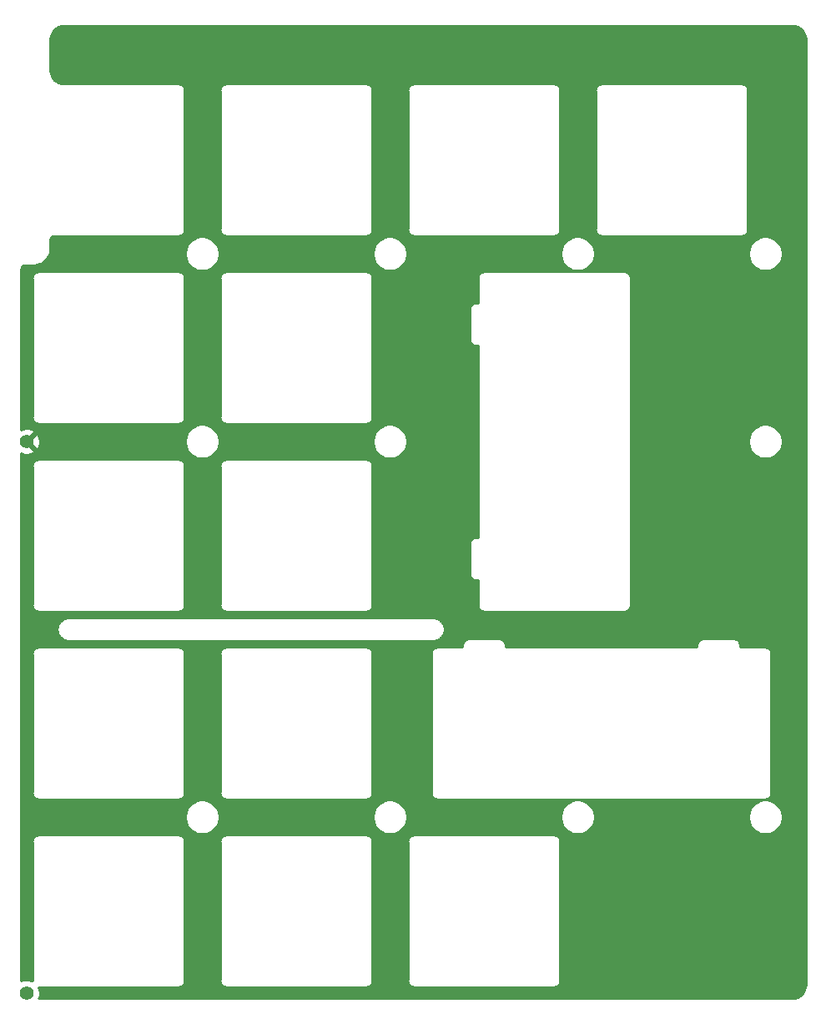
<source format=gtl>
G04 #@! TF.GenerationSoftware,KiCad,Pcbnew,(5.1.9)-1*
G04 #@! TF.CreationDate,2021-04-18T14:03:54+09:00*
G04 #@! TF.ProjectId,_____________,f3e135fa-7f28-4c8c-93d7-d7ecfcc82e6b,rev?*
G04 #@! TF.SameCoordinates,Original*
G04 #@! TF.FileFunction,Copper,L1,Top*
G04 #@! TF.FilePolarity,Positive*
%FSLAX46Y46*%
G04 Gerber Fmt 4.6, Leading zero omitted, Abs format (unit mm)*
G04 Created by KiCad (PCBNEW (5.1.9)-1) date 2021-04-18 14:03:54*
%MOMM*%
%LPD*%
G01*
G04 APERTURE LIST*
G04 #@! TA.AperFunction,ComponentPad*
%ADD10C,1.400000*%
G04 #@! TD*
G04 #@! TA.AperFunction,Conductor*
%ADD11C,0.254000*%
G04 #@! TD*
G04 #@! TA.AperFunction,Conductor*
%ADD12C,0.100000*%
G04 #@! TD*
G04 APERTURE END LIST*
D10*
X1225000Y1225000D03*
X1225000Y57150000D03*
D11*
X79217282Y99286733D02*
X79462355Y99212741D01*
X79688390Y99092557D01*
X79886781Y98930752D01*
X80049960Y98733503D01*
X80171720Y98508313D01*
X80247424Y98263753D01*
X80277501Y97977592D01*
X80277500Y2033505D01*
X80249233Y1745218D01*
X80175241Y1500145D01*
X80055054Y1274107D01*
X79893254Y1075721D01*
X79696003Y912540D01*
X79470810Y790779D01*
X79226253Y715076D01*
X78940102Y685000D01*
X2446173Y685000D01*
X2490934Y781242D01*
X2553183Y1036740D01*
X2564390Y1299473D01*
X2524125Y1559344D01*
X2439857Y1790147D01*
X2475000Y1786686D01*
X2508647Y1790000D01*
X16541353Y1790000D01*
X16575000Y1786686D01*
X16709283Y1799912D01*
X16838406Y1839081D01*
X16957407Y1902688D01*
X17061711Y1988289D01*
X17147312Y2092593D01*
X17210919Y2211594D01*
X17250088Y2340717D01*
X17260000Y2441353D01*
X17260000Y2441354D01*
X17263314Y2475000D01*
X17260000Y2508647D01*
X17260000Y16541353D01*
X17263314Y16575000D01*
X20836686Y16575000D01*
X20840001Y16541343D01*
X20840000Y2508647D01*
X20836686Y2475000D01*
X20849912Y2340717D01*
X20889081Y2211594D01*
X20952688Y2092593D01*
X21038289Y1988289D01*
X21121450Y1920040D01*
X21142593Y1902688D01*
X21261594Y1839081D01*
X21390717Y1799912D01*
X21525000Y1786686D01*
X21558647Y1790000D01*
X35591353Y1790000D01*
X35625000Y1786686D01*
X35759283Y1799912D01*
X35888406Y1839081D01*
X36007407Y1902688D01*
X36111711Y1988289D01*
X36197312Y2092593D01*
X36260919Y2211594D01*
X36300088Y2340717D01*
X36310000Y2441353D01*
X36310000Y2441354D01*
X36313314Y2475000D01*
X36310000Y2508647D01*
X36310000Y16541353D01*
X36313314Y16575000D01*
X39886686Y16575000D01*
X39890001Y16541343D01*
X39890000Y2508647D01*
X39886686Y2475000D01*
X39899912Y2340717D01*
X39939081Y2211594D01*
X40002688Y2092593D01*
X40088289Y1988289D01*
X40171450Y1920040D01*
X40192593Y1902688D01*
X40311594Y1839081D01*
X40440717Y1799912D01*
X40575000Y1786686D01*
X40608647Y1790000D01*
X54641353Y1790000D01*
X54675000Y1786686D01*
X54809283Y1799912D01*
X54938406Y1839081D01*
X55057407Y1902688D01*
X55161711Y1988289D01*
X55247312Y2092593D01*
X55310919Y2211594D01*
X55350088Y2340717D01*
X55360000Y2441353D01*
X55360000Y2441354D01*
X55363314Y2475000D01*
X55360000Y2508647D01*
X55360000Y16541353D01*
X55363314Y16575000D01*
X55350088Y16709283D01*
X55310919Y16838406D01*
X55247312Y16957407D01*
X55161711Y17061711D01*
X55057407Y17147312D01*
X54938406Y17210919D01*
X54809283Y17250088D01*
X54708647Y17260000D01*
X54675000Y17263314D01*
X54641353Y17260000D01*
X40608647Y17260000D01*
X40575000Y17263314D01*
X40541353Y17260000D01*
X40440717Y17250088D01*
X40311594Y17210919D01*
X40192593Y17147312D01*
X40088289Y17061711D01*
X40002688Y16957407D01*
X39939081Y16838406D01*
X39899912Y16709283D01*
X39886686Y16575000D01*
X36313314Y16575000D01*
X36300088Y16709283D01*
X36260919Y16838406D01*
X36197312Y16957407D01*
X36111711Y17061711D01*
X36007407Y17147312D01*
X35888406Y17210919D01*
X35759283Y17250088D01*
X35658647Y17260000D01*
X35625000Y17263314D01*
X35591353Y17260000D01*
X21558647Y17260000D01*
X21525000Y17263314D01*
X21491353Y17260000D01*
X21390717Y17250088D01*
X21261594Y17210919D01*
X21142593Y17147312D01*
X21038289Y17061711D01*
X20952688Y16957407D01*
X20889081Y16838406D01*
X20849912Y16709283D01*
X20836686Y16575000D01*
X17263314Y16575000D01*
X17250088Y16709283D01*
X17210919Y16838406D01*
X17147312Y16957407D01*
X17061711Y17061711D01*
X16957407Y17147312D01*
X16838406Y17210919D01*
X16709283Y17250088D01*
X16608647Y17260000D01*
X16575000Y17263314D01*
X16541353Y17260000D01*
X2508647Y17260000D01*
X2475000Y17263314D01*
X2441353Y17260000D01*
X2340717Y17250088D01*
X2211594Y17210919D01*
X2092593Y17147312D01*
X1988289Y17061711D01*
X1902688Y16957407D01*
X1839081Y16838406D01*
X1799912Y16709283D01*
X1786686Y16575000D01*
X1790001Y16541343D01*
X1790000Y2508647D01*
X1786686Y2475000D01*
X1790703Y2434219D01*
X1668758Y2490934D01*
X1413260Y2553183D01*
X1150527Y2564390D01*
X890656Y2524125D01*
X685000Y2449038D01*
X685000Y19220883D01*
X17315000Y19220883D01*
X17315000Y18879117D01*
X17381675Y18543919D01*
X17512463Y18228169D01*
X17702337Y17944002D01*
X17944002Y17702337D01*
X18228169Y17512463D01*
X18543919Y17381675D01*
X18879117Y17315000D01*
X19220883Y17315000D01*
X19556081Y17381675D01*
X19871831Y17512463D01*
X20155998Y17702337D01*
X20397663Y17944002D01*
X20587537Y18228169D01*
X20718325Y18543919D01*
X20785000Y18879117D01*
X20785000Y19220883D01*
X36365000Y19220883D01*
X36365000Y18879117D01*
X36431675Y18543919D01*
X36562463Y18228169D01*
X36752337Y17944002D01*
X36994002Y17702337D01*
X37278169Y17512463D01*
X37593919Y17381675D01*
X37929117Y17315000D01*
X38270883Y17315000D01*
X38606081Y17381675D01*
X38921831Y17512463D01*
X39205998Y17702337D01*
X39447663Y17944002D01*
X39637537Y18228169D01*
X39768325Y18543919D01*
X39835000Y18879117D01*
X39835000Y19220883D01*
X55415000Y19220883D01*
X55415000Y18879117D01*
X55481675Y18543919D01*
X55612463Y18228169D01*
X55802337Y17944002D01*
X56044002Y17702337D01*
X56328169Y17512463D01*
X56643919Y17381675D01*
X56979117Y17315000D01*
X57320883Y17315000D01*
X57656081Y17381675D01*
X57971831Y17512463D01*
X58255998Y17702337D01*
X58497663Y17944002D01*
X58687537Y18228169D01*
X58818325Y18543919D01*
X58885000Y18879117D01*
X58885000Y19220883D01*
X74465000Y19220883D01*
X74465000Y18879117D01*
X74531675Y18543919D01*
X74662463Y18228169D01*
X74852337Y17944002D01*
X75094002Y17702337D01*
X75378169Y17512463D01*
X75693919Y17381675D01*
X76029117Y17315000D01*
X76370883Y17315000D01*
X76706081Y17381675D01*
X77021831Y17512463D01*
X77305998Y17702337D01*
X77547663Y17944002D01*
X77737537Y18228169D01*
X77868325Y18543919D01*
X77935000Y18879117D01*
X77935000Y19220883D01*
X77868325Y19556081D01*
X77737537Y19871831D01*
X77547663Y20155998D01*
X77305998Y20397663D01*
X77021831Y20587537D01*
X76706081Y20718325D01*
X76370883Y20785000D01*
X76029117Y20785000D01*
X75693919Y20718325D01*
X75378169Y20587537D01*
X75094002Y20397663D01*
X74852337Y20155998D01*
X74662463Y19871831D01*
X74531675Y19556081D01*
X74465000Y19220883D01*
X58885000Y19220883D01*
X58818325Y19556081D01*
X58687537Y19871831D01*
X58497663Y20155998D01*
X58255998Y20397663D01*
X57971831Y20587537D01*
X57656081Y20718325D01*
X57320883Y20785000D01*
X56979117Y20785000D01*
X56643919Y20718325D01*
X56328169Y20587537D01*
X56044002Y20397663D01*
X55802337Y20155998D01*
X55612463Y19871831D01*
X55481675Y19556081D01*
X55415000Y19220883D01*
X39835000Y19220883D01*
X39768325Y19556081D01*
X39637537Y19871831D01*
X39447663Y20155998D01*
X39205998Y20397663D01*
X38921831Y20587537D01*
X38606081Y20718325D01*
X38270883Y20785000D01*
X37929117Y20785000D01*
X37593919Y20718325D01*
X37278169Y20587537D01*
X36994002Y20397663D01*
X36752337Y20155998D01*
X36562463Y19871831D01*
X36431675Y19556081D01*
X36365000Y19220883D01*
X20785000Y19220883D01*
X20718325Y19556081D01*
X20587537Y19871831D01*
X20397663Y20155998D01*
X20155998Y20397663D01*
X19871831Y20587537D01*
X19556081Y20718325D01*
X19220883Y20785000D01*
X18879117Y20785000D01*
X18543919Y20718325D01*
X18228169Y20587537D01*
X17944002Y20397663D01*
X17702337Y20155998D01*
X17512463Y19871831D01*
X17381675Y19556081D01*
X17315000Y19220883D01*
X685000Y19220883D01*
X685000Y35625000D01*
X1786686Y35625000D01*
X1790001Y35591343D01*
X1790000Y21558647D01*
X1786686Y21525000D01*
X1799912Y21390717D01*
X1839081Y21261594D01*
X1902688Y21142593D01*
X1988289Y21038289D01*
X2092593Y20952688D01*
X2211594Y20889081D01*
X2340717Y20849912D01*
X2475000Y20836686D01*
X2508647Y20840000D01*
X16541353Y20840000D01*
X16575000Y20836686D01*
X16709283Y20849912D01*
X16838406Y20889081D01*
X16957407Y20952688D01*
X17061711Y21038289D01*
X17147312Y21142593D01*
X17210919Y21261594D01*
X17250088Y21390717D01*
X17260000Y21491353D01*
X17260000Y21491354D01*
X17263314Y21525000D01*
X17260000Y21558647D01*
X17260000Y35591354D01*
X17263314Y35625000D01*
X20836686Y35625000D01*
X20840001Y35591343D01*
X20840000Y21558647D01*
X20836686Y21525000D01*
X20849912Y21390717D01*
X20889081Y21261594D01*
X20952688Y21142593D01*
X21038289Y21038289D01*
X21142593Y20952688D01*
X21261594Y20889081D01*
X21390717Y20849912D01*
X21525000Y20836686D01*
X21558647Y20840000D01*
X35591353Y20840000D01*
X35625000Y20836686D01*
X35759283Y20849912D01*
X35888406Y20889081D01*
X36007407Y20952688D01*
X36111711Y21038289D01*
X36197312Y21142593D01*
X36260919Y21261594D01*
X36300088Y21390717D01*
X36310000Y21491353D01*
X36310000Y21491354D01*
X36313314Y21525000D01*
X36310000Y21558647D01*
X36310000Y35591354D01*
X36313314Y35625000D01*
X42267936Y35625000D01*
X42271250Y35591354D01*
X42271251Y21558657D01*
X42267936Y21525000D01*
X42281162Y21390717D01*
X42320331Y21261594D01*
X42383938Y21142593D01*
X42469539Y21038289D01*
X42573843Y20952688D01*
X42692844Y20889081D01*
X42821967Y20849912D01*
X42922603Y20840000D01*
X42956250Y20836686D01*
X42989897Y20840000D01*
X76072603Y20840000D01*
X76106250Y20836686D01*
X76240533Y20849912D01*
X76369656Y20889081D01*
X76488657Y20952688D01*
X76592961Y21038289D01*
X76678562Y21142593D01*
X76742169Y21261594D01*
X76781338Y21390717D01*
X76791250Y21491353D01*
X76791250Y21491354D01*
X76794564Y21525000D01*
X76791250Y21558647D01*
X76791250Y35591354D01*
X76794564Y35625000D01*
X76781338Y35759283D01*
X76742169Y35888406D01*
X76678562Y36007407D01*
X76592961Y36111711D01*
X76488657Y36197312D01*
X76369656Y36260919D01*
X76240533Y36300088D01*
X76139897Y36310000D01*
X76106250Y36313314D01*
X76072603Y36310000D01*
X73616250Y36310000D01*
X73616250Y36441353D01*
X73619564Y36475000D01*
X73606338Y36609283D01*
X73567169Y36738406D01*
X73503562Y36857407D01*
X73417961Y36961711D01*
X73313657Y37047312D01*
X73194656Y37110919D01*
X73065533Y37150088D01*
X72964897Y37160000D01*
X72931250Y37163314D01*
X72897603Y37160000D01*
X69964897Y37160000D01*
X69931250Y37163314D01*
X69897603Y37160000D01*
X69796967Y37150088D01*
X69667844Y37110919D01*
X69548843Y37047312D01*
X69444539Y36961711D01*
X69358938Y36857407D01*
X69295331Y36738406D01*
X69256162Y36609283D01*
X69242936Y36475000D01*
X69246250Y36441353D01*
X69246250Y36310000D01*
X49816250Y36310000D01*
X49816250Y36441353D01*
X49819564Y36475000D01*
X49806338Y36609283D01*
X49767169Y36738406D01*
X49703562Y36857407D01*
X49617961Y36961711D01*
X49513657Y37047312D01*
X49394656Y37110919D01*
X49265533Y37150088D01*
X49164897Y37160000D01*
X49131250Y37163314D01*
X49097603Y37160000D01*
X46164897Y37160000D01*
X46131250Y37163314D01*
X46097603Y37160000D01*
X45996967Y37150088D01*
X45867844Y37110919D01*
X45748843Y37047312D01*
X45644539Y36961711D01*
X45558938Y36857407D01*
X45495331Y36738406D01*
X45456162Y36609283D01*
X45442936Y36475000D01*
X45446250Y36441353D01*
X45446250Y36310000D01*
X42989897Y36310000D01*
X42956250Y36313314D01*
X42922603Y36310000D01*
X42821967Y36300088D01*
X42692844Y36260919D01*
X42573843Y36197312D01*
X42469539Y36111711D01*
X42383938Y36007407D01*
X42320331Y35888406D01*
X42281162Y35759283D01*
X42267936Y35625000D01*
X36313314Y35625000D01*
X36300088Y35759283D01*
X36260919Y35888406D01*
X36197312Y36007407D01*
X36111711Y36111711D01*
X36007407Y36197312D01*
X35888406Y36260919D01*
X35759283Y36300088D01*
X35658647Y36310000D01*
X35625000Y36313314D01*
X35591353Y36310000D01*
X21558647Y36310000D01*
X21525000Y36313314D01*
X21491353Y36310000D01*
X21390717Y36300088D01*
X21261594Y36260919D01*
X21142593Y36197312D01*
X21038289Y36111711D01*
X20952688Y36007407D01*
X20889081Y35888406D01*
X20849912Y35759283D01*
X20836686Y35625000D01*
X17263314Y35625000D01*
X17250088Y35759283D01*
X17210919Y35888406D01*
X17147312Y36007407D01*
X17061711Y36111711D01*
X16957407Y36197312D01*
X16838406Y36260919D01*
X16709283Y36300088D01*
X16608647Y36310000D01*
X16575000Y36313314D01*
X16541353Y36310000D01*
X2508647Y36310000D01*
X2475000Y36313314D01*
X2441353Y36310000D01*
X2340717Y36300088D01*
X2211594Y36260919D01*
X2092593Y36197312D01*
X1988289Y36111711D01*
X1902688Y36007407D01*
X1839081Y35888406D01*
X1799912Y35759283D01*
X1786686Y35625000D01*
X685000Y35625000D01*
X685000Y38158591D01*
X4317831Y38158591D01*
X4318265Y38096509D01*
X4317831Y38034427D01*
X4318764Y38024908D01*
X4328964Y37927860D01*
X4341455Y37867010D01*
X4353082Y37806058D01*
X4355845Y37796904D01*
X4355847Y37796898D01*
X4384702Y37703683D01*
X4408754Y37646467D01*
X4432020Y37588881D01*
X4436510Y37580436D01*
X4482923Y37494599D01*
X4517638Y37443133D01*
X4551636Y37391179D01*
X4557680Y37383768D01*
X4619882Y37308579D01*
X4663930Y37264838D01*
X4707369Y37220478D01*
X4714739Y37214382D01*
X4714744Y37214377D01*
X4714750Y37214373D01*
X4790360Y37152706D01*
X4842041Y37118368D01*
X4893306Y37083267D01*
X4901719Y37078718D01*
X4987880Y37032906D01*
X5045296Y37009242D01*
X5102339Y36984792D01*
X5111475Y36981964D01*
X5204893Y36953759D01*
X5265813Y36941697D01*
X5326530Y36928791D01*
X5336042Y36927791D01*
X5433159Y36918269D01*
X5433163Y36918269D01*
X5466353Y36915000D01*
X42489897Y36915000D01*
X42523585Y36918318D01*
X42530072Y36918318D01*
X42539584Y36919318D01*
X42581711Y36924043D01*
X42590533Y36924912D01*
X42591164Y36925103D01*
X42636559Y36930195D01*
X42697255Y36943096D01*
X42758192Y36955162D01*
X42767329Y36957990D01*
X42860344Y36987496D01*
X42917445Y37011970D01*
X42974808Y37035613D01*
X42983221Y37040161D01*
X43068734Y37087172D01*
X43119949Y37122240D01*
X43171677Y37156608D01*
X43179039Y37162700D01*
X43179043Y37162702D01*
X43179046Y37162705D01*
X43253798Y37225430D01*
X43297235Y37269787D01*
X43341287Y37313532D01*
X43347332Y37320943D01*
X43408478Y37396993D01*
X43442486Y37448963D01*
X43477191Y37500416D01*
X43481682Y37508861D01*
X43526892Y37595340D01*
X43550144Y37652892D01*
X43574207Y37710134D01*
X43576971Y37719290D01*
X43604523Y37812902D01*
X43616158Y37873893D01*
X43628641Y37934709D01*
X43629575Y37944227D01*
X43638419Y38041410D01*
X43637985Y38103492D01*
X43638419Y38165573D01*
X43637486Y38175091D01*
X43627286Y38272140D01*
X43614797Y38332983D01*
X43603168Y38393942D01*
X43600404Y38403098D01*
X43571548Y38496317D01*
X43547482Y38553566D01*
X43524229Y38611119D01*
X43519739Y38619564D01*
X43473327Y38705402D01*
X43438600Y38756885D01*
X43404614Y38808821D01*
X43398570Y38816233D01*
X43336368Y38891421D01*
X43292301Y38935182D01*
X43248880Y38979522D01*
X43241511Y38985619D01*
X43165890Y39047294D01*
X43114209Y39081632D01*
X43062944Y39116733D01*
X43054531Y39121282D01*
X42968370Y39167094D01*
X42910954Y39190758D01*
X42853911Y39215208D01*
X42844775Y39218036D01*
X42751357Y39246241D01*
X42690445Y39258302D01*
X42629721Y39271209D01*
X42620209Y39272209D01*
X42523091Y39281731D01*
X42523087Y39281731D01*
X42489897Y39285000D01*
X5466353Y39285000D01*
X5432665Y39281682D01*
X5426178Y39281682D01*
X5416666Y39280682D01*
X5374539Y39275957D01*
X5365717Y39275088D01*
X5365086Y39274897D01*
X5319691Y39269805D01*
X5258988Y39256902D01*
X5198058Y39244838D01*
X5188921Y39242010D01*
X5095906Y39212504D01*
X5038817Y39188035D01*
X4981442Y39164387D01*
X4973028Y39159838D01*
X4887516Y39112828D01*
X4836274Y39077742D01*
X4784573Y39043391D01*
X4777211Y39037300D01*
X4777207Y39037298D01*
X4777204Y39037295D01*
X4702452Y38974570D01*
X4659031Y38930229D01*
X4614963Y38886468D01*
X4608918Y38879057D01*
X4547772Y38803007D01*
X4513774Y38751053D01*
X4479059Y38699584D01*
X4474568Y38691139D01*
X4429358Y38604660D01*
X4406113Y38547125D01*
X4382043Y38489866D01*
X4379279Y38480710D01*
X4351727Y38387098D01*
X4340094Y38326115D01*
X4327609Y38265292D01*
X4326675Y38255773D01*
X4317831Y38158591D01*
X685000Y38158591D01*
X685000Y54675000D01*
X1786686Y54675000D01*
X1790001Y54641343D01*
X1790000Y40608647D01*
X1786686Y40575000D01*
X1799912Y40440717D01*
X1839081Y40311594D01*
X1902688Y40192593D01*
X1988289Y40088289D01*
X2092593Y40002688D01*
X2211594Y39939081D01*
X2340717Y39899912D01*
X2475000Y39886686D01*
X2508647Y39890000D01*
X16541353Y39890000D01*
X16575000Y39886686D01*
X16709283Y39899912D01*
X16838406Y39939081D01*
X16957407Y40002688D01*
X17061711Y40088289D01*
X17147312Y40192593D01*
X17210919Y40311594D01*
X17250088Y40440717D01*
X17260000Y40541353D01*
X17260000Y40541354D01*
X17263314Y40575000D01*
X17260000Y40608647D01*
X17260000Y54641353D01*
X17263314Y54675000D01*
X20836686Y54675000D01*
X20840001Y54641343D01*
X20840000Y40608647D01*
X20836686Y40575000D01*
X20849912Y40440717D01*
X20889081Y40311594D01*
X20952688Y40192593D01*
X21038289Y40088289D01*
X21142593Y40002688D01*
X21261594Y39939081D01*
X21390717Y39899912D01*
X21525000Y39886686D01*
X21558647Y39890000D01*
X35591353Y39890000D01*
X35625000Y39886686D01*
X35759283Y39899912D01*
X35888406Y39939081D01*
X36007407Y40002688D01*
X36111711Y40088289D01*
X36197312Y40192593D01*
X36260919Y40311594D01*
X36300088Y40440717D01*
X36310000Y40541353D01*
X36310000Y40541354D01*
X36313314Y40575000D01*
X36310000Y40608647D01*
X36310000Y54641353D01*
X36313314Y54675000D01*
X36300088Y54809283D01*
X36260919Y54938406D01*
X36197312Y55057407D01*
X36111711Y55161711D01*
X36007407Y55247312D01*
X35888406Y55310919D01*
X35759283Y55350088D01*
X35658647Y55360000D01*
X35625000Y55363314D01*
X35591353Y55360000D01*
X21558647Y55360000D01*
X21525000Y55363314D01*
X21491353Y55360000D01*
X21390717Y55350088D01*
X21261594Y55310919D01*
X21142593Y55247312D01*
X21038289Y55161711D01*
X20952688Y55057407D01*
X20889081Y54938406D01*
X20849912Y54809283D01*
X20836686Y54675000D01*
X17263314Y54675000D01*
X17250088Y54809283D01*
X17210919Y54938406D01*
X17147312Y55057407D01*
X17061711Y55161711D01*
X16957407Y55247312D01*
X16838406Y55310919D01*
X16709283Y55350088D01*
X16608647Y55360000D01*
X16575000Y55363314D01*
X16541353Y55360000D01*
X2508647Y55360000D01*
X2475000Y55363314D01*
X2441353Y55360000D01*
X2340717Y55350088D01*
X2211594Y55310919D01*
X2092593Y55247312D01*
X1988289Y55161711D01*
X1902688Y55057407D01*
X1839081Y54938406D01*
X1799912Y54809283D01*
X1786686Y54675000D01*
X685000Y54675000D01*
X685000Y55928827D01*
X781242Y55884066D01*
X1036740Y55821817D01*
X1299473Y55810610D01*
X1559344Y55850875D01*
X1806366Y55941065D01*
X1907203Y55994963D01*
X1966664Y56228731D01*
X1225000Y56970395D01*
X1210858Y56956253D01*
X1031253Y57135858D01*
X1045395Y57150000D01*
X1404605Y57150000D01*
X2146269Y56408336D01*
X2380037Y56467797D01*
X2490934Y56706242D01*
X2553183Y56961740D01*
X2564390Y57224473D01*
X2549453Y57320883D01*
X17315000Y57320883D01*
X17315000Y56979117D01*
X17381675Y56643919D01*
X17512463Y56328169D01*
X17702337Y56044002D01*
X17944002Y55802337D01*
X18228169Y55612463D01*
X18543919Y55481675D01*
X18879117Y55415000D01*
X19220883Y55415000D01*
X19556081Y55481675D01*
X19871831Y55612463D01*
X20155998Y55802337D01*
X20397663Y56044002D01*
X20587537Y56328169D01*
X20718325Y56643919D01*
X20785000Y56979117D01*
X20785000Y57320883D01*
X36365000Y57320883D01*
X36365000Y56979117D01*
X36431675Y56643919D01*
X36562463Y56328169D01*
X36752337Y56044002D01*
X36994002Y55802337D01*
X37278169Y55612463D01*
X37593919Y55481675D01*
X37929117Y55415000D01*
X38270883Y55415000D01*
X38606081Y55481675D01*
X38921831Y55612463D01*
X39205998Y55802337D01*
X39447663Y56044002D01*
X39637537Y56328169D01*
X39768325Y56643919D01*
X39835000Y56979117D01*
X39835000Y57320883D01*
X39768325Y57656081D01*
X39637537Y57971831D01*
X39447663Y58255998D01*
X39205998Y58497663D01*
X38921831Y58687537D01*
X38606081Y58818325D01*
X38270883Y58885000D01*
X37929117Y58885000D01*
X37593919Y58818325D01*
X37278169Y58687537D01*
X36994002Y58497663D01*
X36752337Y58255998D01*
X36562463Y57971831D01*
X36431675Y57656081D01*
X36365000Y57320883D01*
X20785000Y57320883D01*
X20718325Y57656081D01*
X20587537Y57971831D01*
X20397663Y58255998D01*
X20155998Y58497663D01*
X19871831Y58687537D01*
X19556081Y58818325D01*
X19220883Y58885000D01*
X18879117Y58885000D01*
X18543919Y58818325D01*
X18228169Y58687537D01*
X17944002Y58497663D01*
X17702337Y58255998D01*
X17512463Y57971831D01*
X17381675Y57656081D01*
X17315000Y57320883D01*
X2549453Y57320883D01*
X2524125Y57484344D01*
X2433935Y57731366D01*
X2380037Y57832203D01*
X2146269Y57891664D01*
X1404605Y57150000D01*
X1045395Y57150000D01*
X1031253Y57164143D01*
X1210858Y57343748D01*
X1225000Y57329605D01*
X1966664Y58071269D01*
X1907203Y58305037D01*
X1668758Y58415934D01*
X1413260Y58478183D01*
X1150527Y58489390D01*
X890656Y58449125D01*
X685000Y58374038D01*
X685000Y73725000D01*
X1786686Y73725000D01*
X1790001Y73691343D01*
X1790000Y59658647D01*
X1786686Y59625000D01*
X1799912Y59490717D01*
X1839081Y59361594D01*
X1902688Y59242593D01*
X1988289Y59138289D01*
X2092593Y59052688D01*
X2211594Y58989081D01*
X2340717Y58949912D01*
X2475000Y58936686D01*
X2508647Y58940000D01*
X16541353Y58940000D01*
X16575000Y58936686D01*
X16709283Y58949912D01*
X16838406Y58989081D01*
X16957407Y59052688D01*
X17061711Y59138289D01*
X17147312Y59242593D01*
X17210919Y59361594D01*
X17250088Y59490717D01*
X17260000Y59591353D01*
X17260000Y59591354D01*
X17263314Y59625000D01*
X17260000Y59658647D01*
X17260000Y73691353D01*
X17263314Y73725000D01*
X20836686Y73725000D01*
X20840001Y73691343D01*
X20840000Y59658647D01*
X20836686Y59625000D01*
X20849912Y59490717D01*
X20889081Y59361594D01*
X20952688Y59242593D01*
X21038289Y59138289D01*
X21142593Y59052688D01*
X21261594Y58989081D01*
X21390717Y58949912D01*
X21525000Y58936686D01*
X21558647Y58940000D01*
X35591353Y58940000D01*
X35625000Y58936686D01*
X35759283Y58949912D01*
X35888406Y58989081D01*
X36007407Y59052688D01*
X36111711Y59138289D01*
X36197312Y59242593D01*
X36260919Y59361594D01*
X36300088Y59490717D01*
X36310000Y59591353D01*
X36310000Y59591354D01*
X36313314Y59625000D01*
X36310000Y59658647D01*
X36310000Y70550000D01*
X46180436Y70550000D01*
X46183751Y70516343D01*
X46183750Y67583647D01*
X46180436Y67550000D01*
X46193662Y67415717D01*
X46232831Y67286594D01*
X46296438Y67167593D01*
X46382039Y67063289D01*
X46486343Y66977688D01*
X46605344Y66914081D01*
X46734467Y66874912D01*
X46868750Y66861686D01*
X46902397Y66865000D01*
X47033751Y66865000D01*
X47033750Y47435000D01*
X46902397Y47435000D01*
X46868750Y47438314D01*
X46835103Y47435000D01*
X46734467Y47425088D01*
X46605344Y47385919D01*
X46486343Y47322312D01*
X46382039Y47236711D01*
X46296438Y47132407D01*
X46232831Y47013406D01*
X46193662Y46884283D01*
X46180436Y46750000D01*
X46183751Y46716343D01*
X46183750Y43783647D01*
X46180436Y43750000D01*
X46193662Y43615717D01*
X46232831Y43486594D01*
X46296438Y43367593D01*
X46382039Y43263289D01*
X46486343Y43177688D01*
X46605344Y43114081D01*
X46734467Y43074912D01*
X46868750Y43061686D01*
X46902397Y43065000D01*
X47033751Y43065000D01*
X47033750Y40608647D01*
X47030436Y40575000D01*
X47043662Y40440717D01*
X47082831Y40311594D01*
X47146438Y40192593D01*
X47232039Y40088289D01*
X47336343Y40002688D01*
X47455344Y39939081D01*
X47584467Y39899912D01*
X47718750Y39886686D01*
X47752397Y39890000D01*
X61785103Y39890000D01*
X61818750Y39886686D01*
X61852397Y39890000D01*
X61953033Y39899912D01*
X62082156Y39939081D01*
X62201157Y40002688D01*
X62305461Y40088289D01*
X62391062Y40192593D01*
X62454669Y40311594D01*
X62493838Y40440717D01*
X62507064Y40575000D01*
X62503750Y40608647D01*
X62503750Y57320883D01*
X74465000Y57320883D01*
X74465000Y56979117D01*
X74531675Y56643919D01*
X74662463Y56328169D01*
X74852337Y56044002D01*
X75094002Y55802337D01*
X75378169Y55612463D01*
X75693919Y55481675D01*
X76029117Y55415000D01*
X76370883Y55415000D01*
X76706081Y55481675D01*
X77021831Y55612463D01*
X77305998Y55802337D01*
X77547663Y56044002D01*
X77737537Y56328169D01*
X77868325Y56643919D01*
X77935000Y56979117D01*
X77935000Y57320883D01*
X77868325Y57656081D01*
X77737537Y57971831D01*
X77547663Y58255998D01*
X77305998Y58497663D01*
X77021831Y58687537D01*
X76706081Y58818325D01*
X76370883Y58885000D01*
X76029117Y58885000D01*
X75693919Y58818325D01*
X75378169Y58687537D01*
X75094002Y58497663D01*
X74852337Y58255998D01*
X74662463Y57971831D01*
X74531675Y57656081D01*
X74465000Y57320883D01*
X62503750Y57320883D01*
X62503750Y73691353D01*
X62507064Y73725000D01*
X62493838Y73859283D01*
X62454669Y73988406D01*
X62391062Y74107407D01*
X62305461Y74211711D01*
X62201157Y74297312D01*
X62082156Y74360919D01*
X61953033Y74400088D01*
X61852397Y74410000D01*
X61818750Y74413314D01*
X61785103Y74410000D01*
X47752397Y74410000D01*
X47718750Y74413314D01*
X47685103Y74410000D01*
X47584467Y74400088D01*
X47455344Y74360919D01*
X47336343Y74297312D01*
X47232039Y74211711D01*
X47146438Y74107407D01*
X47082831Y73988406D01*
X47043662Y73859283D01*
X47030436Y73725000D01*
X47033751Y73691343D01*
X47033750Y71235000D01*
X46902397Y71235000D01*
X46868750Y71238314D01*
X46835103Y71235000D01*
X46734467Y71225088D01*
X46605344Y71185919D01*
X46486343Y71122312D01*
X46382039Y71036711D01*
X46296438Y70932407D01*
X46232831Y70813406D01*
X46193662Y70684283D01*
X46180436Y70550000D01*
X36310000Y70550000D01*
X36310000Y73691353D01*
X36313314Y73725000D01*
X36300088Y73859283D01*
X36260919Y73988406D01*
X36197312Y74107407D01*
X36111711Y74211711D01*
X36007407Y74297312D01*
X35888406Y74360919D01*
X35759283Y74400088D01*
X35658647Y74410000D01*
X35625000Y74413314D01*
X35591353Y74410000D01*
X21558647Y74410000D01*
X21525000Y74413314D01*
X21491353Y74410000D01*
X21390717Y74400088D01*
X21261594Y74360919D01*
X21142593Y74297312D01*
X21038289Y74211711D01*
X20952688Y74107407D01*
X20889081Y73988406D01*
X20849912Y73859283D01*
X20836686Y73725000D01*
X17263314Y73725000D01*
X17250088Y73859283D01*
X17210919Y73988406D01*
X17147312Y74107407D01*
X17061711Y74211711D01*
X16957407Y74297312D01*
X16838406Y74360919D01*
X16709283Y74400088D01*
X16608647Y74410000D01*
X16575000Y74413314D01*
X16541353Y74410000D01*
X2508647Y74410000D01*
X2475000Y74413314D01*
X2441353Y74410000D01*
X2340717Y74400088D01*
X2211594Y74360919D01*
X2092593Y74297312D01*
X1988289Y74211711D01*
X1902688Y74107407D01*
X1839081Y73988406D01*
X1799912Y73859283D01*
X1786686Y73725000D01*
X685000Y73725000D01*
X685000Y74691495D01*
X694222Y74785547D01*
X711805Y74843786D01*
X740366Y74897501D01*
X778816Y74944646D01*
X825691Y74983424D01*
X879204Y75012358D01*
X937323Y75030349D01*
X1029145Y75040000D01*
X1983647Y75040000D01*
X2012955Y75042887D01*
X2019066Y75042844D01*
X2028585Y75043777D01*
X2222682Y75064178D01*
X2283496Y75076661D01*
X2344481Y75088295D01*
X2353637Y75091059D01*
X2540075Y75148771D01*
X2597279Y75172818D01*
X2654873Y75196087D01*
X2663317Y75200577D01*
X2834994Y75293402D01*
X2886468Y75328122D01*
X2938418Y75362117D01*
X2945829Y75368161D01*
X3096207Y75492565D01*
X3139973Y75536638D01*
X3184311Y75580057D01*
X3190408Y75587426D01*
X3313758Y75738668D01*
X3348126Y75790397D01*
X3383191Y75841608D01*
X3387739Y75850019D01*
X3387740Y75850020D01*
X3387742Y75850024D01*
X3479366Y76022343D01*
X3503022Y76079739D01*
X3527482Y76136807D01*
X3530310Y76145944D01*
X3586719Y76332780D01*
X3594263Y76370883D01*
X17315000Y76370883D01*
X17315000Y76029117D01*
X17381675Y75693919D01*
X17512463Y75378169D01*
X17702337Y75094002D01*
X17944002Y74852337D01*
X18228169Y74662463D01*
X18543919Y74531675D01*
X18879117Y74465000D01*
X19220883Y74465000D01*
X19556081Y74531675D01*
X19871831Y74662463D01*
X20155998Y74852337D01*
X20397663Y75094002D01*
X20587537Y75378169D01*
X20718325Y75693919D01*
X20785000Y76029117D01*
X20785000Y76370883D01*
X36365000Y76370883D01*
X36365000Y76029117D01*
X36431675Y75693919D01*
X36562463Y75378169D01*
X36752337Y75094002D01*
X36994002Y74852337D01*
X37278169Y74662463D01*
X37593919Y74531675D01*
X37929117Y74465000D01*
X38270883Y74465000D01*
X38606081Y74531675D01*
X38921831Y74662463D01*
X39205998Y74852337D01*
X39447663Y75094002D01*
X39637537Y75378169D01*
X39768325Y75693919D01*
X39835000Y76029117D01*
X39835000Y76370883D01*
X55415000Y76370883D01*
X55415000Y76029117D01*
X55481675Y75693919D01*
X55612463Y75378169D01*
X55802337Y75094002D01*
X56044002Y74852337D01*
X56328169Y74662463D01*
X56643919Y74531675D01*
X56979117Y74465000D01*
X57320883Y74465000D01*
X57656081Y74531675D01*
X57971831Y74662463D01*
X58255998Y74852337D01*
X58497663Y75094002D01*
X58687537Y75378169D01*
X58818325Y75693919D01*
X58885000Y76029117D01*
X58885000Y76370883D01*
X74465000Y76370883D01*
X74465000Y76029117D01*
X74531675Y75693919D01*
X74662463Y75378169D01*
X74852337Y75094002D01*
X75094002Y74852337D01*
X75378169Y74662463D01*
X75693919Y74531675D01*
X76029117Y74465000D01*
X76370883Y74465000D01*
X76706081Y74531675D01*
X77021831Y74662463D01*
X77305998Y74852337D01*
X77547663Y75094002D01*
X77737537Y75378169D01*
X77868325Y75693919D01*
X77935000Y76029117D01*
X77935000Y76370883D01*
X77868325Y76706081D01*
X77737537Y77021831D01*
X77547663Y77305998D01*
X77305998Y77547663D01*
X77021831Y77737537D01*
X76706081Y77868325D01*
X76370883Y77935000D01*
X76029117Y77935000D01*
X75693919Y77868325D01*
X75378169Y77737537D01*
X75094002Y77547663D01*
X74852337Y77305998D01*
X74662463Y77021831D01*
X74531675Y76706081D01*
X74465000Y76370883D01*
X58885000Y76370883D01*
X58818325Y76706081D01*
X58687537Y77021831D01*
X58497663Y77305998D01*
X58255998Y77547663D01*
X57971831Y77737537D01*
X57656081Y77868325D01*
X57320883Y77935000D01*
X56979117Y77935000D01*
X56643919Y77868325D01*
X56328169Y77737537D01*
X56044002Y77547663D01*
X55802337Y77305998D01*
X55612463Y77021831D01*
X55481675Y76706081D01*
X55415000Y76370883D01*
X39835000Y76370883D01*
X39768325Y76706081D01*
X39637537Y77021831D01*
X39447663Y77305998D01*
X39205998Y77547663D01*
X38921831Y77737537D01*
X38606081Y77868325D01*
X38270883Y77935000D01*
X37929117Y77935000D01*
X37593919Y77868325D01*
X37278169Y77737537D01*
X36994002Y77547663D01*
X36752337Y77305998D01*
X36562463Y77021831D01*
X36431675Y76706081D01*
X36365000Y76370883D01*
X20785000Y76370883D01*
X20718325Y76706081D01*
X20587537Y77021831D01*
X20397663Y77305998D01*
X20155998Y77547663D01*
X19871831Y77737537D01*
X19556081Y77868325D01*
X19220883Y77935000D01*
X18879117Y77935000D01*
X18543919Y77868325D01*
X18228169Y77737537D01*
X17944002Y77547663D01*
X17702337Y77305998D01*
X17512463Y77021831D01*
X17381675Y76706081D01*
X17315000Y76370883D01*
X3594263Y76370883D01*
X3598780Y76393690D01*
X3611686Y76454409D01*
X3612686Y76463921D01*
X3631731Y76658155D01*
X3631731Y76658163D01*
X3635000Y76691353D01*
X3635000Y77641495D01*
X3644222Y77735547D01*
X3661805Y77793786D01*
X3690366Y77847501D01*
X3728816Y77894646D01*
X3775691Y77933424D01*
X3829204Y77962358D01*
X3887323Y77980349D01*
X3979145Y77990000D01*
X16541353Y77990000D01*
X16575000Y77986686D01*
X16709283Y77999912D01*
X16838406Y78039081D01*
X16957407Y78102688D01*
X17061711Y78188289D01*
X17147312Y78292593D01*
X17210919Y78411594D01*
X17250088Y78540717D01*
X17260000Y78641353D01*
X17260000Y78641354D01*
X17263314Y78675000D01*
X17260000Y78708647D01*
X17260000Y92741353D01*
X17263314Y92775000D01*
X20836686Y92775000D01*
X20840001Y92741343D01*
X20840000Y78708647D01*
X20836686Y78675000D01*
X20849912Y78540717D01*
X20889081Y78411594D01*
X20952688Y78292593D01*
X21038289Y78188289D01*
X21070873Y78161548D01*
X21142593Y78102688D01*
X21261594Y78039081D01*
X21390717Y77999912D01*
X21525000Y77986686D01*
X21558647Y77990000D01*
X35591353Y77990000D01*
X35625000Y77986686D01*
X35759283Y77999912D01*
X35888406Y78039081D01*
X36007407Y78102688D01*
X36111711Y78188289D01*
X36197312Y78292593D01*
X36260919Y78411594D01*
X36300088Y78540717D01*
X36310000Y78641353D01*
X36310000Y78641354D01*
X36313314Y78675000D01*
X36310000Y78708647D01*
X36310000Y92741353D01*
X36313314Y92775000D01*
X39886686Y92775000D01*
X39890001Y92741343D01*
X39890000Y78708647D01*
X39886686Y78675000D01*
X39899912Y78540717D01*
X39939081Y78411594D01*
X40002688Y78292593D01*
X40088289Y78188289D01*
X40120873Y78161548D01*
X40192593Y78102688D01*
X40311594Y78039081D01*
X40440717Y77999912D01*
X40575000Y77986686D01*
X40608647Y77990000D01*
X54641353Y77990000D01*
X54675000Y77986686D01*
X54809283Y77999912D01*
X54938406Y78039081D01*
X55057407Y78102688D01*
X55161711Y78188289D01*
X55247312Y78292593D01*
X55310919Y78411594D01*
X55350088Y78540717D01*
X55360000Y78641353D01*
X55360000Y78641354D01*
X55363314Y78675000D01*
X55360000Y78708647D01*
X55360000Y92741353D01*
X55363314Y92775000D01*
X58936686Y92775000D01*
X58940001Y92741343D01*
X58940000Y78708647D01*
X58936686Y78675000D01*
X58949912Y78540717D01*
X58989081Y78411594D01*
X59052688Y78292593D01*
X59138289Y78188289D01*
X59170873Y78161548D01*
X59242593Y78102688D01*
X59361594Y78039081D01*
X59490717Y77999912D01*
X59625000Y77986686D01*
X59658647Y77990000D01*
X73691353Y77990000D01*
X73725000Y77986686D01*
X73859283Y77999912D01*
X73988406Y78039081D01*
X74107407Y78102688D01*
X74211711Y78188289D01*
X74297312Y78292593D01*
X74360919Y78411594D01*
X74400088Y78540717D01*
X74410000Y78641353D01*
X74410000Y78641354D01*
X74413314Y78675000D01*
X74410000Y78708647D01*
X74410000Y92741353D01*
X74413314Y92775000D01*
X74400088Y92909283D01*
X74360919Y93038406D01*
X74297312Y93157407D01*
X74211711Y93261711D01*
X74107407Y93347312D01*
X73988406Y93410919D01*
X73859283Y93450088D01*
X73758647Y93460000D01*
X73725000Y93463314D01*
X73691353Y93460000D01*
X59658647Y93460000D01*
X59625000Y93463314D01*
X59591353Y93460000D01*
X59490717Y93450088D01*
X59361594Y93410919D01*
X59242593Y93347312D01*
X59138289Y93261711D01*
X59052688Y93157407D01*
X58989081Y93038406D01*
X58949912Y92909283D01*
X58936686Y92775000D01*
X55363314Y92775000D01*
X55350088Y92909283D01*
X55310919Y93038406D01*
X55247312Y93157407D01*
X55161711Y93261711D01*
X55057407Y93347312D01*
X54938406Y93410919D01*
X54809283Y93450088D01*
X54708647Y93460000D01*
X54675000Y93463314D01*
X54641353Y93460000D01*
X40608647Y93460000D01*
X40575000Y93463314D01*
X40541353Y93460000D01*
X40440717Y93450088D01*
X40311594Y93410919D01*
X40192593Y93347312D01*
X40088289Y93261711D01*
X40002688Y93157407D01*
X39939081Y93038406D01*
X39899912Y92909283D01*
X39886686Y92775000D01*
X36313314Y92775000D01*
X36300088Y92909283D01*
X36260919Y93038406D01*
X36197312Y93157407D01*
X36111711Y93261711D01*
X36007407Y93347312D01*
X35888406Y93410919D01*
X35759283Y93450088D01*
X35658647Y93460000D01*
X35625000Y93463314D01*
X35591353Y93460000D01*
X21558647Y93460000D01*
X21525000Y93463314D01*
X21491353Y93460000D01*
X21390717Y93450088D01*
X21261594Y93410919D01*
X21142593Y93347312D01*
X21038289Y93261711D01*
X20952688Y93157407D01*
X20889081Y93038406D01*
X20849912Y92909283D01*
X20836686Y92775000D01*
X17263314Y92775000D01*
X17250088Y92909283D01*
X17210919Y93038406D01*
X17147312Y93157407D01*
X17061711Y93261711D01*
X16957407Y93347312D01*
X16838406Y93410919D01*
X16709283Y93450088D01*
X16608647Y93460000D01*
X16575000Y93463314D01*
X16541353Y93460000D01*
X4983505Y93460000D01*
X4695218Y93488267D01*
X4450145Y93562259D01*
X4224107Y93682446D01*
X4025721Y93844246D01*
X3862540Y94041497D01*
X3740779Y94266690D01*
X3665076Y94511247D01*
X3635000Y94797398D01*
X3635000Y97966495D01*
X3663267Y98254782D01*
X3737259Y98499855D01*
X3857443Y98725890D01*
X4019248Y98924281D01*
X4216497Y99087460D01*
X4441687Y99209220D01*
X4686247Y99284924D01*
X4972398Y99315000D01*
X78928995Y99315000D01*
X79217282Y99286733D01*
G04 #@! TA.AperFunction,Conductor*
D12*
G36*
X79217282Y99286733D02*
G01*
X79462355Y99212741D01*
X79688390Y99092557D01*
X79886781Y98930752D01*
X80049960Y98733503D01*
X80171720Y98508313D01*
X80247424Y98263753D01*
X80277501Y97977592D01*
X80277500Y2033505D01*
X80249233Y1745218D01*
X80175241Y1500145D01*
X80055054Y1274107D01*
X79893254Y1075721D01*
X79696003Y912540D01*
X79470810Y790779D01*
X79226253Y715076D01*
X78940102Y685000D01*
X2446173Y685000D01*
X2490934Y781242D01*
X2553183Y1036740D01*
X2564390Y1299473D01*
X2524125Y1559344D01*
X2439857Y1790147D01*
X2475000Y1786686D01*
X2508647Y1790000D01*
X16541353Y1790000D01*
X16575000Y1786686D01*
X16709283Y1799912D01*
X16838406Y1839081D01*
X16957407Y1902688D01*
X17061711Y1988289D01*
X17147312Y2092593D01*
X17210919Y2211594D01*
X17250088Y2340717D01*
X17260000Y2441353D01*
X17260000Y2441354D01*
X17263314Y2475000D01*
X17260000Y2508647D01*
X17260000Y16541353D01*
X17263314Y16575000D01*
X20836686Y16575000D01*
X20840001Y16541343D01*
X20840000Y2508647D01*
X20836686Y2475000D01*
X20849912Y2340717D01*
X20889081Y2211594D01*
X20952688Y2092593D01*
X21038289Y1988289D01*
X21121450Y1920040D01*
X21142593Y1902688D01*
X21261594Y1839081D01*
X21390717Y1799912D01*
X21525000Y1786686D01*
X21558647Y1790000D01*
X35591353Y1790000D01*
X35625000Y1786686D01*
X35759283Y1799912D01*
X35888406Y1839081D01*
X36007407Y1902688D01*
X36111711Y1988289D01*
X36197312Y2092593D01*
X36260919Y2211594D01*
X36300088Y2340717D01*
X36310000Y2441353D01*
X36310000Y2441354D01*
X36313314Y2475000D01*
X36310000Y2508647D01*
X36310000Y16541353D01*
X36313314Y16575000D01*
X39886686Y16575000D01*
X39890001Y16541343D01*
X39890000Y2508647D01*
X39886686Y2475000D01*
X39899912Y2340717D01*
X39939081Y2211594D01*
X40002688Y2092593D01*
X40088289Y1988289D01*
X40171450Y1920040D01*
X40192593Y1902688D01*
X40311594Y1839081D01*
X40440717Y1799912D01*
X40575000Y1786686D01*
X40608647Y1790000D01*
X54641353Y1790000D01*
X54675000Y1786686D01*
X54809283Y1799912D01*
X54938406Y1839081D01*
X55057407Y1902688D01*
X55161711Y1988289D01*
X55247312Y2092593D01*
X55310919Y2211594D01*
X55350088Y2340717D01*
X55360000Y2441353D01*
X55360000Y2441354D01*
X55363314Y2475000D01*
X55360000Y2508647D01*
X55360000Y16541353D01*
X55363314Y16575000D01*
X55350088Y16709283D01*
X55310919Y16838406D01*
X55247312Y16957407D01*
X55161711Y17061711D01*
X55057407Y17147312D01*
X54938406Y17210919D01*
X54809283Y17250088D01*
X54708647Y17260000D01*
X54675000Y17263314D01*
X54641353Y17260000D01*
X40608647Y17260000D01*
X40575000Y17263314D01*
X40541353Y17260000D01*
X40440717Y17250088D01*
X40311594Y17210919D01*
X40192593Y17147312D01*
X40088289Y17061711D01*
X40002688Y16957407D01*
X39939081Y16838406D01*
X39899912Y16709283D01*
X39886686Y16575000D01*
X36313314Y16575000D01*
X36300088Y16709283D01*
X36260919Y16838406D01*
X36197312Y16957407D01*
X36111711Y17061711D01*
X36007407Y17147312D01*
X35888406Y17210919D01*
X35759283Y17250088D01*
X35658647Y17260000D01*
X35625000Y17263314D01*
X35591353Y17260000D01*
X21558647Y17260000D01*
X21525000Y17263314D01*
X21491353Y17260000D01*
X21390717Y17250088D01*
X21261594Y17210919D01*
X21142593Y17147312D01*
X21038289Y17061711D01*
X20952688Y16957407D01*
X20889081Y16838406D01*
X20849912Y16709283D01*
X20836686Y16575000D01*
X17263314Y16575000D01*
X17250088Y16709283D01*
X17210919Y16838406D01*
X17147312Y16957407D01*
X17061711Y17061711D01*
X16957407Y17147312D01*
X16838406Y17210919D01*
X16709283Y17250088D01*
X16608647Y17260000D01*
X16575000Y17263314D01*
X16541353Y17260000D01*
X2508647Y17260000D01*
X2475000Y17263314D01*
X2441353Y17260000D01*
X2340717Y17250088D01*
X2211594Y17210919D01*
X2092593Y17147312D01*
X1988289Y17061711D01*
X1902688Y16957407D01*
X1839081Y16838406D01*
X1799912Y16709283D01*
X1786686Y16575000D01*
X1790001Y16541343D01*
X1790000Y2508647D01*
X1786686Y2475000D01*
X1790703Y2434219D01*
X1668758Y2490934D01*
X1413260Y2553183D01*
X1150527Y2564390D01*
X890656Y2524125D01*
X685000Y2449038D01*
X685000Y19220883D01*
X17315000Y19220883D01*
X17315000Y18879117D01*
X17381675Y18543919D01*
X17512463Y18228169D01*
X17702337Y17944002D01*
X17944002Y17702337D01*
X18228169Y17512463D01*
X18543919Y17381675D01*
X18879117Y17315000D01*
X19220883Y17315000D01*
X19556081Y17381675D01*
X19871831Y17512463D01*
X20155998Y17702337D01*
X20397663Y17944002D01*
X20587537Y18228169D01*
X20718325Y18543919D01*
X20785000Y18879117D01*
X20785000Y19220883D01*
X36365000Y19220883D01*
X36365000Y18879117D01*
X36431675Y18543919D01*
X36562463Y18228169D01*
X36752337Y17944002D01*
X36994002Y17702337D01*
X37278169Y17512463D01*
X37593919Y17381675D01*
X37929117Y17315000D01*
X38270883Y17315000D01*
X38606081Y17381675D01*
X38921831Y17512463D01*
X39205998Y17702337D01*
X39447663Y17944002D01*
X39637537Y18228169D01*
X39768325Y18543919D01*
X39835000Y18879117D01*
X39835000Y19220883D01*
X55415000Y19220883D01*
X55415000Y18879117D01*
X55481675Y18543919D01*
X55612463Y18228169D01*
X55802337Y17944002D01*
X56044002Y17702337D01*
X56328169Y17512463D01*
X56643919Y17381675D01*
X56979117Y17315000D01*
X57320883Y17315000D01*
X57656081Y17381675D01*
X57971831Y17512463D01*
X58255998Y17702337D01*
X58497663Y17944002D01*
X58687537Y18228169D01*
X58818325Y18543919D01*
X58885000Y18879117D01*
X58885000Y19220883D01*
X74465000Y19220883D01*
X74465000Y18879117D01*
X74531675Y18543919D01*
X74662463Y18228169D01*
X74852337Y17944002D01*
X75094002Y17702337D01*
X75378169Y17512463D01*
X75693919Y17381675D01*
X76029117Y17315000D01*
X76370883Y17315000D01*
X76706081Y17381675D01*
X77021831Y17512463D01*
X77305998Y17702337D01*
X77547663Y17944002D01*
X77737537Y18228169D01*
X77868325Y18543919D01*
X77935000Y18879117D01*
X77935000Y19220883D01*
X77868325Y19556081D01*
X77737537Y19871831D01*
X77547663Y20155998D01*
X77305998Y20397663D01*
X77021831Y20587537D01*
X76706081Y20718325D01*
X76370883Y20785000D01*
X76029117Y20785000D01*
X75693919Y20718325D01*
X75378169Y20587537D01*
X75094002Y20397663D01*
X74852337Y20155998D01*
X74662463Y19871831D01*
X74531675Y19556081D01*
X74465000Y19220883D01*
X58885000Y19220883D01*
X58818325Y19556081D01*
X58687537Y19871831D01*
X58497663Y20155998D01*
X58255998Y20397663D01*
X57971831Y20587537D01*
X57656081Y20718325D01*
X57320883Y20785000D01*
X56979117Y20785000D01*
X56643919Y20718325D01*
X56328169Y20587537D01*
X56044002Y20397663D01*
X55802337Y20155998D01*
X55612463Y19871831D01*
X55481675Y19556081D01*
X55415000Y19220883D01*
X39835000Y19220883D01*
X39768325Y19556081D01*
X39637537Y19871831D01*
X39447663Y20155998D01*
X39205998Y20397663D01*
X38921831Y20587537D01*
X38606081Y20718325D01*
X38270883Y20785000D01*
X37929117Y20785000D01*
X37593919Y20718325D01*
X37278169Y20587537D01*
X36994002Y20397663D01*
X36752337Y20155998D01*
X36562463Y19871831D01*
X36431675Y19556081D01*
X36365000Y19220883D01*
X20785000Y19220883D01*
X20718325Y19556081D01*
X20587537Y19871831D01*
X20397663Y20155998D01*
X20155998Y20397663D01*
X19871831Y20587537D01*
X19556081Y20718325D01*
X19220883Y20785000D01*
X18879117Y20785000D01*
X18543919Y20718325D01*
X18228169Y20587537D01*
X17944002Y20397663D01*
X17702337Y20155998D01*
X17512463Y19871831D01*
X17381675Y19556081D01*
X17315000Y19220883D01*
X685000Y19220883D01*
X685000Y35625000D01*
X1786686Y35625000D01*
X1790001Y35591343D01*
X1790000Y21558647D01*
X1786686Y21525000D01*
X1799912Y21390717D01*
X1839081Y21261594D01*
X1902688Y21142593D01*
X1988289Y21038289D01*
X2092593Y20952688D01*
X2211594Y20889081D01*
X2340717Y20849912D01*
X2475000Y20836686D01*
X2508647Y20840000D01*
X16541353Y20840000D01*
X16575000Y20836686D01*
X16709283Y20849912D01*
X16838406Y20889081D01*
X16957407Y20952688D01*
X17061711Y21038289D01*
X17147312Y21142593D01*
X17210919Y21261594D01*
X17250088Y21390717D01*
X17260000Y21491353D01*
X17260000Y21491354D01*
X17263314Y21525000D01*
X17260000Y21558647D01*
X17260000Y35591354D01*
X17263314Y35625000D01*
X20836686Y35625000D01*
X20840001Y35591343D01*
X20840000Y21558647D01*
X20836686Y21525000D01*
X20849912Y21390717D01*
X20889081Y21261594D01*
X20952688Y21142593D01*
X21038289Y21038289D01*
X21142593Y20952688D01*
X21261594Y20889081D01*
X21390717Y20849912D01*
X21525000Y20836686D01*
X21558647Y20840000D01*
X35591353Y20840000D01*
X35625000Y20836686D01*
X35759283Y20849912D01*
X35888406Y20889081D01*
X36007407Y20952688D01*
X36111711Y21038289D01*
X36197312Y21142593D01*
X36260919Y21261594D01*
X36300088Y21390717D01*
X36310000Y21491353D01*
X36310000Y21491354D01*
X36313314Y21525000D01*
X36310000Y21558647D01*
X36310000Y35591354D01*
X36313314Y35625000D01*
X42267936Y35625000D01*
X42271250Y35591354D01*
X42271251Y21558657D01*
X42267936Y21525000D01*
X42281162Y21390717D01*
X42320331Y21261594D01*
X42383938Y21142593D01*
X42469539Y21038289D01*
X42573843Y20952688D01*
X42692844Y20889081D01*
X42821967Y20849912D01*
X42922603Y20840000D01*
X42956250Y20836686D01*
X42989897Y20840000D01*
X76072603Y20840000D01*
X76106250Y20836686D01*
X76240533Y20849912D01*
X76369656Y20889081D01*
X76488657Y20952688D01*
X76592961Y21038289D01*
X76678562Y21142593D01*
X76742169Y21261594D01*
X76781338Y21390717D01*
X76791250Y21491353D01*
X76791250Y21491354D01*
X76794564Y21525000D01*
X76791250Y21558647D01*
X76791250Y35591354D01*
X76794564Y35625000D01*
X76781338Y35759283D01*
X76742169Y35888406D01*
X76678562Y36007407D01*
X76592961Y36111711D01*
X76488657Y36197312D01*
X76369656Y36260919D01*
X76240533Y36300088D01*
X76139897Y36310000D01*
X76106250Y36313314D01*
X76072603Y36310000D01*
X73616250Y36310000D01*
X73616250Y36441353D01*
X73619564Y36475000D01*
X73606338Y36609283D01*
X73567169Y36738406D01*
X73503562Y36857407D01*
X73417961Y36961711D01*
X73313657Y37047312D01*
X73194656Y37110919D01*
X73065533Y37150088D01*
X72964897Y37160000D01*
X72931250Y37163314D01*
X72897603Y37160000D01*
X69964897Y37160000D01*
X69931250Y37163314D01*
X69897603Y37160000D01*
X69796967Y37150088D01*
X69667844Y37110919D01*
X69548843Y37047312D01*
X69444539Y36961711D01*
X69358938Y36857407D01*
X69295331Y36738406D01*
X69256162Y36609283D01*
X69242936Y36475000D01*
X69246250Y36441353D01*
X69246250Y36310000D01*
X49816250Y36310000D01*
X49816250Y36441353D01*
X49819564Y36475000D01*
X49806338Y36609283D01*
X49767169Y36738406D01*
X49703562Y36857407D01*
X49617961Y36961711D01*
X49513657Y37047312D01*
X49394656Y37110919D01*
X49265533Y37150088D01*
X49164897Y37160000D01*
X49131250Y37163314D01*
X49097603Y37160000D01*
X46164897Y37160000D01*
X46131250Y37163314D01*
X46097603Y37160000D01*
X45996967Y37150088D01*
X45867844Y37110919D01*
X45748843Y37047312D01*
X45644539Y36961711D01*
X45558938Y36857407D01*
X45495331Y36738406D01*
X45456162Y36609283D01*
X45442936Y36475000D01*
X45446250Y36441353D01*
X45446250Y36310000D01*
X42989897Y36310000D01*
X42956250Y36313314D01*
X42922603Y36310000D01*
X42821967Y36300088D01*
X42692844Y36260919D01*
X42573843Y36197312D01*
X42469539Y36111711D01*
X42383938Y36007407D01*
X42320331Y35888406D01*
X42281162Y35759283D01*
X42267936Y35625000D01*
X36313314Y35625000D01*
X36300088Y35759283D01*
X36260919Y35888406D01*
X36197312Y36007407D01*
X36111711Y36111711D01*
X36007407Y36197312D01*
X35888406Y36260919D01*
X35759283Y36300088D01*
X35658647Y36310000D01*
X35625000Y36313314D01*
X35591353Y36310000D01*
X21558647Y36310000D01*
X21525000Y36313314D01*
X21491353Y36310000D01*
X21390717Y36300088D01*
X21261594Y36260919D01*
X21142593Y36197312D01*
X21038289Y36111711D01*
X20952688Y36007407D01*
X20889081Y35888406D01*
X20849912Y35759283D01*
X20836686Y35625000D01*
X17263314Y35625000D01*
X17250088Y35759283D01*
X17210919Y35888406D01*
X17147312Y36007407D01*
X17061711Y36111711D01*
X16957407Y36197312D01*
X16838406Y36260919D01*
X16709283Y36300088D01*
X16608647Y36310000D01*
X16575000Y36313314D01*
X16541353Y36310000D01*
X2508647Y36310000D01*
X2475000Y36313314D01*
X2441353Y36310000D01*
X2340717Y36300088D01*
X2211594Y36260919D01*
X2092593Y36197312D01*
X1988289Y36111711D01*
X1902688Y36007407D01*
X1839081Y35888406D01*
X1799912Y35759283D01*
X1786686Y35625000D01*
X685000Y35625000D01*
X685000Y38158591D01*
X4317831Y38158591D01*
X4318265Y38096509D01*
X4317831Y38034427D01*
X4318764Y38024908D01*
X4328964Y37927860D01*
X4341455Y37867010D01*
X4353082Y37806058D01*
X4355845Y37796904D01*
X4355847Y37796898D01*
X4384702Y37703683D01*
X4408754Y37646467D01*
X4432020Y37588881D01*
X4436510Y37580436D01*
X4482923Y37494599D01*
X4517638Y37443133D01*
X4551636Y37391179D01*
X4557680Y37383768D01*
X4619882Y37308579D01*
X4663930Y37264838D01*
X4707369Y37220478D01*
X4714739Y37214382D01*
X4714744Y37214377D01*
X4714750Y37214373D01*
X4790360Y37152706D01*
X4842041Y37118368D01*
X4893306Y37083267D01*
X4901719Y37078718D01*
X4987880Y37032906D01*
X5045296Y37009242D01*
X5102339Y36984792D01*
X5111475Y36981964D01*
X5204893Y36953759D01*
X5265813Y36941697D01*
X5326530Y36928791D01*
X5336042Y36927791D01*
X5433159Y36918269D01*
X5433163Y36918269D01*
X5466353Y36915000D01*
X42489897Y36915000D01*
X42523585Y36918318D01*
X42530072Y36918318D01*
X42539584Y36919318D01*
X42581711Y36924043D01*
X42590533Y36924912D01*
X42591164Y36925103D01*
X42636559Y36930195D01*
X42697255Y36943096D01*
X42758192Y36955162D01*
X42767329Y36957990D01*
X42860344Y36987496D01*
X42917445Y37011970D01*
X42974808Y37035613D01*
X42983221Y37040161D01*
X43068734Y37087172D01*
X43119949Y37122240D01*
X43171677Y37156608D01*
X43179039Y37162700D01*
X43179043Y37162702D01*
X43179046Y37162705D01*
X43253798Y37225430D01*
X43297235Y37269787D01*
X43341287Y37313532D01*
X43347332Y37320943D01*
X43408478Y37396993D01*
X43442486Y37448963D01*
X43477191Y37500416D01*
X43481682Y37508861D01*
X43526892Y37595340D01*
X43550144Y37652892D01*
X43574207Y37710134D01*
X43576971Y37719290D01*
X43604523Y37812902D01*
X43616158Y37873893D01*
X43628641Y37934709D01*
X43629575Y37944227D01*
X43638419Y38041410D01*
X43637985Y38103492D01*
X43638419Y38165573D01*
X43637486Y38175091D01*
X43627286Y38272140D01*
X43614797Y38332983D01*
X43603168Y38393942D01*
X43600404Y38403098D01*
X43571548Y38496317D01*
X43547482Y38553566D01*
X43524229Y38611119D01*
X43519739Y38619564D01*
X43473327Y38705402D01*
X43438600Y38756885D01*
X43404614Y38808821D01*
X43398570Y38816233D01*
X43336368Y38891421D01*
X43292301Y38935182D01*
X43248880Y38979522D01*
X43241511Y38985619D01*
X43165890Y39047294D01*
X43114209Y39081632D01*
X43062944Y39116733D01*
X43054531Y39121282D01*
X42968370Y39167094D01*
X42910954Y39190758D01*
X42853911Y39215208D01*
X42844775Y39218036D01*
X42751357Y39246241D01*
X42690445Y39258302D01*
X42629721Y39271209D01*
X42620209Y39272209D01*
X42523091Y39281731D01*
X42523087Y39281731D01*
X42489897Y39285000D01*
X5466353Y39285000D01*
X5432665Y39281682D01*
X5426178Y39281682D01*
X5416666Y39280682D01*
X5374539Y39275957D01*
X5365717Y39275088D01*
X5365086Y39274897D01*
X5319691Y39269805D01*
X5258988Y39256902D01*
X5198058Y39244838D01*
X5188921Y39242010D01*
X5095906Y39212504D01*
X5038817Y39188035D01*
X4981442Y39164387D01*
X4973028Y39159838D01*
X4887516Y39112828D01*
X4836274Y39077742D01*
X4784573Y39043391D01*
X4777211Y39037300D01*
X4777207Y39037298D01*
X4777204Y39037295D01*
X4702452Y38974570D01*
X4659031Y38930229D01*
X4614963Y38886468D01*
X4608918Y38879057D01*
X4547772Y38803007D01*
X4513774Y38751053D01*
X4479059Y38699584D01*
X4474568Y38691139D01*
X4429358Y38604660D01*
X4406113Y38547125D01*
X4382043Y38489866D01*
X4379279Y38480710D01*
X4351727Y38387098D01*
X4340094Y38326115D01*
X4327609Y38265292D01*
X4326675Y38255773D01*
X4317831Y38158591D01*
X685000Y38158591D01*
X685000Y54675000D01*
X1786686Y54675000D01*
X1790001Y54641343D01*
X1790000Y40608647D01*
X1786686Y40575000D01*
X1799912Y40440717D01*
X1839081Y40311594D01*
X1902688Y40192593D01*
X1988289Y40088289D01*
X2092593Y40002688D01*
X2211594Y39939081D01*
X2340717Y39899912D01*
X2475000Y39886686D01*
X2508647Y39890000D01*
X16541353Y39890000D01*
X16575000Y39886686D01*
X16709283Y39899912D01*
X16838406Y39939081D01*
X16957407Y40002688D01*
X17061711Y40088289D01*
X17147312Y40192593D01*
X17210919Y40311594D01*
X17250088Y40440717D01*
X17260000Y40541353D01*
X17260000Y40541354D01*
X17263314Y40575000D01*
X17260000Y40608647D01*
X17260000Y54641353D01*
X17263314Y54675000D01*
X20836686Y54675000D01*
X20840001Y54641343D01*
X20840000Y40608647D01*
X20836686Y40575000D01*
X20849912Y40440717D01*
X20889081Y40311594D01*
X20952688Y40192593D01*
X21038289Y40088289D01*
X21142593Y40002688D01*
X21261594Y39939081D01*
X21390717Y39899912D01*
X21525000Y39886686D01*
X21558647Y39890000D01*
X35591353Y39890000D01*
X35625000Y39886686D01*
X35759283Y39899912D01*
X35888406Y39939081D01*
X36007407Y40002688D01*
X36111711Y40088289D01*
X36197312Y40192593D01*
X36260919Y40311594D01*
X36300088Y40440717D01*
X36310000Y40541353D01*
X36310000Y40541354D01*
X36313314Y40575000D01*
X36310000Y40608647D01*
X36310000Y54641353D01*
X36313314Y54675000D01*
X36300088Y54809283D01*
X36260919Y54938406D01*
X36197312Y55057407D01*
X36111711Y55161711D01*
X36007407Y55247312D01*
X35888406Y55310919D01*
X35759283Y55350088D01*
X35658647Y55360000D01*
X35625000Y55363314D01*
X35591353Y55360000D01*
X21558647Y55360000D01*
X21525000Y55363314D01*
X21491353Y55360000D01*
X21390717Y55350088D01*
X21261594Y55310919D01*
X21142593Y55247312D01*
X21038289Y55161711D01*
X20952688Y55057407D01*
X20889081Y54938406D01*
X20849912Y54809283D01*
X20836686Y54675000D01*
X17263314Y54675000D01*
X17250088Y54809283D01*
X17210919Y54938406D01*
X17147312Y55057407D01*
X17061711Y55161711D01*
X16957407Y55247312D01*
X16838406Y55310919D01*
X16709283Y55350088D01*
X16608647Y55360000D01*
X16575000Y55363314D01*
X16541353Y55360000D01*
X2508647Y55360000D01*
X2475000Y55363314D01*
X2441353Y55360000D01*
X2340717Y55350088D01*
X2211594Y55310919D01*
X2092593Y55247312D01*
X1988289Y55161711D01*
X1902688Y55057407D01*
X1839081Y54938406D01*
X1799912Y54809283D01*
X1786686Y54675000D01*
X685000Y54675000D01*
X685000Y55928827D01*
X781242Y55884066D01*
X1036740Y55821817D01*
X1299473Y55810610D01*
X1559344Y55850875D01*
X1806366Y55941065D01*
X1907203Y55994963D01*
X1966664Y56228731D01*
X1225000Y56970395D01*
X1210858Y56956253D01*
X1031253Y57135858D01*
X1045395Y57150000D01*
X1404605Y57150000D01*
X2146269Y56408336D01*
X2380037Y56467797D01*
X2490934Y56706242D01*
X2553183Y56961740D01*
X2564390Y57224473D01*
X2549453Y57320883D01*
X17315000Y57320883D01*
X17315000Y56979117D01*
X17381675Y56643919D01*
X17512463Y56328169D01*
X17702337Y56044002D01*
X17944002Y55802337D01*
X18228169Y55612463D01*
X18543919Y55481675D01*
X18879117Y55415000D01*
X19220883Y55415000D01*
X19556081Y55481675D01*
X19871831Y55612463D01*
X20155998Y55802337D01*
X20397663Y56044002D01*
X20587537Y56328169D01*
X20718325Y56643919D01*
X20785000Y56979117D01*
X20785000Y57320883D01*
X36365000Y57320883D01*
X36365000Y56979117D01*
X36431675Y56643919D01*
X36562463Y56328169D01*
X36752337Y56044002D01*
X36994002Y55802337D01*
X37278169Y55612463D01*
X37593919Y55481675D01*
X37929117Y55415000D01*
X38270883Y55415000D01*
X38606081Y55481675D01*
X38921831Y55612463D01*
X39205998Y55802337D01*
X39447663Y56044002D01*
X39637537Y56328169D01*
X39768325Y56643919D01*
X39835000Y56979117D01*
X39835000Y57320883D01*
X39768325Y57656081D01*
X39637537Y57971831D01*
X39447663Y58255998D01*
X39205998Y58497663D01*
X38921831Y58687537D01*
X38606081Y58818325D01*
X38270883Y58885000D01*
X37929117Y58885000D01*
X37593919Y58818325D01*
X37278169Y58687537D01*
X36994002Y58497663D01*
X36752337Y58255998D01*
X36562463Y57971831D01*
X36431675Y57656081D01*
X36365000Y57320883D01*
X20785000Y57320883D01*
X20718325Y57656081D01*
X20587537Y57971831D01*
X20397663Y58255998D01*
X20155998Y58497663D01*
X19871831Y58687537D01*
X19556081Y58818325D01*
X19220883Y58885000D01*
X18879117Y58885000D01*
X18543919Y58818325D01*
X18228169Y58687537D01*
X17944002Y58497663D01*
X17702337Y58255998D01*
X17512463Y57971831D01*
X17381675Y57656081D01*
X17315000Y57320883D01*
X2549453Y57320883D01*
X2524125Y57484344D01*
X2433935Y57731366D01*
X2380037Y57832203D01*
X2146269Y57891664D01*
X1404605Y57150000D01*
X1045395Y57150000D01*
X1031253Y57164143D01*
X1210858Y57343748D01*
X1225000Y57329605D01*
X1966664Y58071269D01*
X1907203Y58305037D01*
X1668758Y58415934D01*
X1413260Y58478183D01*
X1150527Y58489390D01*
X890656Y58449125D01*
X685000Y58374038D01*
X685000Y73725000D01*
X1786686Y73725000D01*
X1790001Y73691343D01*
X1790000Y59658647D01*
X1786686Y59625000D01*
X1799912Y59490717D01*
X1839081Y59361594D01*
X1902688Y59242593D01*
X1988289Y59138289D01*
X2092593Y59052688D01*
X2211594Y58989081D01*
X2340717Y58949912D01*
X2475000Y58936686D01*
X2508647Y58940000D01*
X16541353Y58940000D01*
X16575000Y58936686D01*
X16709283Y58949912D01*
X16838406Y58989081D01*
X16957407Y59052688D01*
X17061711Y59138289D01*
X17147312Y59242593D01*
X17210919Y59361594D01*
X17250088Y59490717D01*
X17260000Y59591353D01*
X17260000Y59591354D01*
X17263314Y59625000D01*
X17260000Y59658647D01*
X17260000Y73691353D01*
X17263314Y73725000D01*
X20836686Y73725000D01*
X20840001Y73691343D01*
X20840000Y59658647D01*
X20836686Y59625000D01*
X20849912Y59490717D01*
X20889081Y59361594D01*
X20952688Y59242593D01*
X21038289Y59138289D01*
X21142593Y59052688D01*
X21261594Y58989081D01*
X21390717Y58949912D01*
X21525000Y58936686D01*
X21558647Y58940000D01*
X35591353Y58940000D01*
X35625000Y58936686D01*
X35759283Y58949912D01*
X35888406Y58989081D01*
X36007407Y59052688D01*
X36111711Y59138289D01*
X36197312Y59242593D01*
X36260919Y59361594D01*
X36300088Y59490717D01*
X36310000Y59591353D01*
X36310000Y59591354D01*
X36313314Y59625000D01*
X36310000Y59658647D01*
X36310000Y70550000D01*
X46180436Y70550000D01*
X46183751Y70516343D01*
X46183750Y67583647D01*
X46180436Y67550000D01*
X46193662Y67415717D01*
X46232831Y67286594D01*
X46296438Y67167593D01*
X46382039Y67063289D01*
X46486343Y66977688D01*
X46605344Y66914081D01*
X46734467Y66874912D01*
X46868750Y66861686D01*
X46902397Y66865000D01*
X47033751Y66865000D01*
X47033750Y47435000D01*
X46902397Y47435000D01*
X46868750Y47438314D01*
X46835103Y47435000D01*
X46734467Y47425088D01*
X46605344Y47385919D01*
X46486343Y47322312D01*
X46382039Y47236711D01*
X46296438Y47132407D01*
X46232831Y47013406D01*
X46193662Y46884283D01*
X46180436Y46750000D01*
X46183751Y46716343D01*
X46183750Y43783647D01*
X46180436Y43750000D01*
X46193662Y43615717D01*
X46232831Y43486594D01*
X46296438Y43367593D01*
X46382039Y43263289D01*
X46486343Y43177688D01*
X46605344Y43114081D01*
X46734467Y43074912D01*
X46868750Y43061686D01*
X46902397Y43065000D01*
X47033751Y43065000D01*
X47033750Y40608647D01*
X47030436Y40575000D01*
X47043662Y40440717D01*
X47082831Y40311594D01*
X47146438Y40192593D01*
X47232039Y40088289D01*
X47336343Y40002688D01*
X47455344Y39939081D01*
X47584467Y39899912D01*
X47718750Y39886686D01*
X47752397Y39890000D01*
X61785103Y39890000D01*
X61818750Y39886686D01*
X61852397Y39890000D01*
X61953033Y39899912D01*
X62082156Y39939081D01*
X62201157Y40002688D01*
X62305461Y40088289D01*
X62391062Y40192593D01*
X62454669Y40311594D01*
X62493838Y40440717D01*
X62507064Y40575000D01*
X62503750Y40608647D01*
X62503750Y57320883D01*
X74465000Y57320883D01*
X74465000Y56979117D01*
X74531675Y56643919D01*
X74662463Y56328169D01*
X74852337Y56044002D01*
X75094002Y55802337D01*
X75378169Y55612463D01*
X75693919Y55481675D01*
X76029117Y55415000D01*
X76370883Y55415000D01*
X76706081Y55481675D01*
X77021831Y55612463D01*
X77305998Y55802337D01*
X77547663Y56044002D01*
X77737537Y56328169D01*
X77868325Y56643919D01*
X77935000Y56979117D01*
X77935000Y57320883D01*
X77868325Y57656081D01*
X77737537Y57971831D01*
X77547663Y58255998D01*
X77305998Y58497663D01*
X77021831Y58687537D01*
X76706081Y58818325D01*
X76370883Y58885000D01*
X76029117Y58885000D01*
X75693919Y58818325D01*
X75378169Y58687537D01*
X75094002Y58497663D01*
X74852337Y58255998D01*
X74662463Y57971831D01*
X74531675Y57656081D01*
X74465000Y57320883D01*
X62503750Y57320883D01*
X62503750Y73691353D01*
X62507064Y73725000D01*
X62493838Y73859283D01*
X62454669Y73988406D01*
X62391062Y74107407D01*
X62305461Y74211711D01*
X62201157Y74297312D01*
X62082156Y74360919D01*
X61953033Y74400088D01*
X61852397Y74410000D01*
X61818750Y74413314D01*
X61785103Y74410000D01*
X47752397Y74410000D01*
X47718750Y74413314D01*
X47685103Y74410000D01*
X47584467Y74400088D01*
X47455344Y74360919D01*
X47336343Y74297312D01*
X47232039Y74211711D01*
X47146438Y74107407D01*
X47082831Y73988406D01*
X47043662Y73859283D01*
X47030436Y73725000D01*
X47033751Y73691343D01*
X47033750Y71235000D01*
X46902397Y71235000D01*
X46868750Y71238314D01*
X46835103Y71235000D01*
X46734467Y71225088D01*
X46605344Y71185919D01*
X46486343Y71122312D01*
X46382039Y71036711D01*
X46296438Y70932407D01*
X46232831Y70813406D01*
X46193662Y70684283D01*
X46180436Y70550000D01*
X36310000Y70550000D01*
X36310000Y73691353D01*
X36313314Y73725000D01*
X36300088Y73859283D01*
X36260919Y73988406D01*
X36197312Y74107407D01*
X36111711Y74211711D01*
X36007407Y74297312D01*
X35888406Y74360919D01*
X35759283Y74400088D01*
X35658647Y74410000D01*
X35625000Y74413314D01*
X35591353Y74410000D01*
X21558647Y74410000D01*
X21525000Y74413314D01*
X21491353Y74410000D01*
X21390717Y74400088D01*
X21261594Y74360919D01*
X21142593Y74297312D01*
X21038289Y74211711D01*
X20952688Y74107407D01*
X20889081Y73988406D01*
X20849912Y73859283D01*
X20836686Y73725000D01*
X17263314Y73725000D01*
X17250088Y73859283D01*
X17210919Y73988406D01*
X17147312Y74107407D01*
X17061711Y74211711D01*
X16957407Y74297312D01*
X16838406Y74360919D01*
X16709283Y74400088D01*
X16608647Y74410000D01*
X16575000Y74413314D01*
X16541353Y74410000D01*
X2508647Y74410000D01*
X2475000Y74413314D01*
X2441353Y74410000D01*
X2340717Y74400088D01*
X2211594Y74360919D01*
X2092593Y74297312D01*
X1988289Y74211711D01*
X1902688Y74107407D01*
X1839081Y73988406D01*
X1799912Y73859283D01*
X1786686Y73725000D01*
X685000Y73725000D01*
X685000Y74691495D01*
X694222Y74785547D01*
X711805Y74843786D01*
X740366Y74897501D01*
X778816Y74944646D01*
X825691Y74983424D01*
X879204Y75012358D01*
X937323Y75030349D01*
X1029145Y75040000D01*
X1983647Y75040000D01*
X2012955Y75042887D01*
X2019066Y75042844D01*
X2028585Y75043777D01*
X2222682Y75064178D01*
X2283496Y75076661D01*
X2344481Y75088295D01*
X2353637Y75091059D01*
X2540075Y75148771D01*
X2597279Y75172818D01*
X2654873Y75196087D01*
X2663317Y75200577D01*
X2834994Y75293402D01*
X2886468Y75328122D01*
X2938418Y75362117D01*
X2945829Y75368161D01*
X3096207Y75492565D01*
X3139973Y75536638D01*
X3184311Y75580057D01*
X3190408Y75587426D01*
X3313758Y75738668D01*
X3348126Y75790397D01*
X3383191Y75841608D01*
X3387739Y75850019D01*
X3387740Y75850020D01*
X3387742Y75850024D01*
X3479366Y76022343D01*
X3503022Y76079739D01*
X3527482Y76136807D01*
X3530310Y76145944D01*
X3586719Y76332780D01*
X3594263Y76370883D01*
X17315000Y76370883D01*
X17315000Y76029117D01*
X17381675Y75693919D01*
X17512463Y75378169D01*
X17702337Y75094002D01*
X17944002Y74852337D01*
X18228169Y74662463D01*
X18543919Y74531675D01*
X18879117Y74465000D01*
X19220883Y74465000D01*
X19556081Y74531675D01*
X19871831Y74662463D01*
X20155998Y74852337D01*
X20397663Y75094002D01*
X20587537Y75378169D01*
X20718325Y75693919D01*
X20785000Y76029117D01*
X20785000Y76370883D01*
X36365000Y76370883D01*
X36365000Y76029117D01*
X36431675Y75693919D01*
X36562463Y75378169D01*
X36752337Y75094002D01*
X36994002Y74852337D01*
X37278169Y74662463D01*
X37593919Y74531675D01*
X37929117Y74465000D01*
X38270883Y74465000D01*
X38606081Y74531675D01*
X38921831Y74662463D01*
X39205998Y74852337D01*
X39447663Y75094002D01*
X39637537Y75378169D01*
X39768325Y75693919D01*
X39835000Y76029117D01*
X39835000Y76370883D01*
X55415000Y76370883D01*
X55415000Y76029117D01*
X55481675Y75693919D01*
X55612463Y75378169D01*
X55802337Y75094002D01*
X56044002Y74852337D01*
X56328169Y74662463D01*
X56643919Y74531675D01*
X56979117Y74465000D01*
X57320883Y74465000D01*
X57656081Y74531675D01*
X57971831Y74662463D01*
X58255998Y74852337D01*
X58497663Y75094002D01*
X58687537Y75378169D01*
X58818325Y75693919D01*
X58885000Y76029117D01*
X58885000Y76370883D01*
X74465000Y76370883D01*
X74465000Y76029117D01*
X74531675Y75693919D01*
X74662463Y75378169D01*
X74852337Y75094002D01*
X75094002Y74852337D01*
X75378169Y74662463D01*
X75693919Y74531675D01*
X76029117Y74465000D01*
X76370883Y74465000D01*
X76706081Y74531675D01*
X77021831Y74662463D01*
X77305998Y74852337D01*
X77547663Y75094002D01*
X77737537Y75378169D01*
X77868325Y75693919D01*
X77935000Y76029117D01*
X77935000Y76370883D01*
X77868325Y76706081D01*
X77737537Y77021831D01*
X77547663Y77305998D01*
X77305998Y77547663D01*
X77021831Y77737537D01*
X76706081Y77868325D01*
X76370883Y77935000D01*
X76029117Y77935000D01*
X75693919Y77868325D01*
X75378169Y77737537D01*
X75094002Y77547663D01*
X74852337Y77305998D01*
X74662463Y77021831D01*
X74531675Y76706081D01*
X74465000Y76370883D01*
X58885000Y76370883D01*
X58818325Y76706081D01*
X58687537Y77021831D01*
X58497663Y77305998D01*
X58255998Y77547663D01*
X57971831Y77737537D01*
X57656081Y77868325D01*
X57320883Y77935000D01*
X56979117Y77935000D01*
X56643919Y77868325D01*
X56328169Y77737537D01*
X56044002Y77547663D01*
X55802337Y77305998D01*
X55612463Y77021831D01*
X55481675Y76706081D01*
X55415000Y76370883D01*
X39835000Y76370883D01*
X39768325Y76706081D01*
X39637537Y77021831D01*
X39447663Y77305998D01*
X39205998Y77547663D01*
X38921831Y77737537D01*
X38606081Y77868325D01*
X38270883Y77935000D01*
X37929117Y77935000D01*
X37593919Y77868325D01*
X37278169Y77737537D01*
X36994002Y77547663D01*
X36752337Y77305998D01*
X36562463Y77021831D01*
X36431675Y76706081D01*
X36365000Y76370883D01*
X20785000Y76370883D01*
X20718325Y76706081D01*
X20587537Y77021831D01*
X20397663Y77305998D01*
X20155998Y77547663D01*
X19871831Y77737537D01*
X19556081Y77868325D01*
X19220883Y77935000D01*
X18879117Y77935000D01*
X18543919Y77868325D01*
X18228169Y77737537D01*
X17944002Y77547663D01*
X17702337Y77305998D01*
X17512463Y77021831D01*
X17381675Y76706081D01*
X17315000Y76370883D01*
X3594263Y76370883D01*
X3598780Y76393690D01*
X3611686Y76454409D01*
X3612686Y76463921D01*
X3631731Y76658155D01*
X3631731Y76658163D01*
X3635000Y76691353D01*
X3635000Y77641495D01*
X3644222Y77735547D01*
X3661805Y77793786D01*
X3690366Y77847501D01*
X3728816Y77894646D01*
X3775691Y77933424D01*
X3829204Y77962358D01*
X3887323Y77980349D01*
X3979145Y77990000D01*
X16541353Y77990000D01*
X16575000Y77986686D01*
X16709283Y77999912D01*
X16838406Y78039081D01*
X16957407Y78102688D01*
X17061711Y78188289D01*
X17147312Y78292593D01*
X17210919Y78411594D01*
X17250088Y78540717D01*
X17260000Y78641353D01*
X17260000Y78641354D01*
X17263314Y78675000D01*
X17260000Y78708647D01*
X17260000Y92741353D01*
X17263314Y92775000D01*
X20836686Y92775000D01*
X20840001Y92741343D01*
X20840000Y78708647D01*
X20836686Y78675000D01*
X20849912Y78540717D01*
X20889081Y78411594D01*
X20952688Y78292593D01*
X21038289Y78188289D01*
X21070873Y78161548D01*
X21142593Y78102688D01*
X21261594Y78039081D01*
X21390717Y77999912D01*
X21525000Y77986686D01*
X21558647Y77990000D01*
X35591353Y77990000D01*
X35625000Y77986686D01*
X35759283Y77999912D01*
X35888406Y78039081D01*
X36007407Y78102688D01*
X36111711Y78188289D01*
X36197312Y78292593D01*
X36260919Y78411594D01*
X36300088Y78540717D01*
X36310000Y78641353D01*
X36310000Y78641354D01*
X36313314Y78675000D01*
X36310000Y78708647D01*
X36310000Y92741353D01*
X36313314Y92775000D01*
X39886686Y92775000D01*
X39890001Y92741343D01*
X39890000Y78708647D01*
X39886686Y78675000D01*
X39899912Y78540717D01*
X39939081Y78411594D01*
X40002688Y78292593D01*
X40088289Y78188289D01*
X40120873Y78161548D01*
X40192593Y78102688D01*
X40311594Y78039081D01*
X40440717Y77999912D01*
X40575000Y77986686D01*
X40608647Y77990000D01*
X54641353Y77990000D01*
X54675000Y77986686D01*
X54809283Y77999912D01*
X54938406Y78039081D01*
X55057407Y78102688D01*
X55161711Y78188289D01*
X55247312Y78292593D01*
X55310919Y78411594D01*
X55350088Y78540717D01*
X55360000Y78641353D01*
X55360000Y78641354D01*
X55363314Y78675000D01*
X55360000Y78708647D01*
X55360000Y92741353D01*
X55363314Y92775000D01*
X58936686Y92775000D01*
X58940001Y92741343D01*
X58940000Y78708647D01*
X58936686Y78675000D01*
X58949912Y78540717D01*
X58989081Y78411594D01*
X59052688Y78292593D01*
X59138289Y78188289D01*
X59170873Y78161548D01*
X59242593Y78102688D01*
X59361594Y78039081D01*
X59490717Y77999912D01*
X59625000Y77986686D01*
X59658647Y77990000D01*
X73691353Y77990000D01*
X73725000Y77986686D01*
X73859283Y77999912D01*
X73988406Y78039081D01*
X74107407Y78102688D01*
X74211711Y78188289D01*
X74297312Y78292593D01*
X74360919Y78411594D01*
X74400088Y78540717D01*
X74410000Y78641353D01*
X74410000Y78641354D01*
X74413314Y78675000D01*
X74410000Y78708647D01*
X74410000Y92741353D01*
X74413314Y92775000D01*
X74400088Y92909283D01*
X74360919Y93038406D01*
X74297312Y93157407D01*
X74211711Y93261711D01*
X74107407Y93347312D01*
X73988406Y93410919D01*
X73859283Y93450088D01*
X73758647Y93460000D01*
X73725000Y93463314D01*
X73691353Y93460000D01*
X59658647Y93460000D01*
X59625000Y93463314D01*
X59591353Y93460000D01*
X59490717Y93450088D01*
X59361594Y93410919D01*
X59242593Y93347312D01*
X59138289Y93261711D01*
X59052688Y93157407D01*
X58989081Y93038406D01*
X58949912Y92909283D01*
X58936686Y92775000D01*
X55363314Y92775000D01*
X55350088Y92909283D01*
X55310919Y93038406D01*
X55247312Y93157407D01*
X55161711Y93261711D01*
X55057407Y93347312D01*
X54938406Y93410919D01*
X54809283Y93450088D01*
X54708647Y93460000D01*
X54675000Y93463314D01*
X54641353Y93460000D01*
X40608647Y93460000D01*
X40575000Y93463314D01*
X40541353Y93460000D01*
X40440717Y93450088D01*
X40311594Y93410919D01*
X40192593Y93347312D01*
X40088289Y93261711D01*
X40002688Y93157407D01*
X39939081Y93038406D01*
X39899912Y92909283D01*
X39886686Y92775000D01*
X36313314Y92775000D01*
X36300088Y92909283D01*
X36260919Y93038406D01*
X36197312Y93157407D01*
X36111711Y93261711D01*
X36007407Y93347312D01*
X35888406Y93410919D01*
X35759283Y93450088D01*
X35658647Y93460000D01*
X35625000Y93463314D01*
X35591353Y93460000D01*
X21558647Y93460000D01*
X21525000Y93463314D01*
X21491353Y93460000D01*
X21390717Y93450088D01*
X21261594Y93410919D01*
X21142593Y93347312D01*
X21038289Y93261711D01*
X20952688Y93157407D01*
X20889081Y93038406D01*
X20849912Y92909283D01*
X20836686Y92775000D01*
X17263314Y92775000D01*
X17250088Y92909283D01*
X17210919Y93038406D01*
X17147312Y93157407D01*
X17061711Y93261711D01*
X16957407Y93347312D01*
X16838406Y93410919D01*
X16709283Y93450088D01*
X16608647Y93460000D01*
X16575000Y93463314D01*
X16541353Y93460000D01*
X4983505Y93460000D01*
X4695218Y93488267D01*
X4450145Y93562259D01*
X4224107Y93682446D01*
X4025721Y93844246D01*
X3862540Y94041497D01*
X3740779Y94266690D01*
X3665076Y94511247D01*
X3635000Y94797398D01*
X3635000Y97966495D01*
X3663267Y98254782D01*
X3737259Y98499855D01*
X3857443Y98725890D01*
X4019248Y98924281D01*
X4216497Y99087460D01*
X4441687Y99209220D01*
X4686247Y99284924D01*
X4972398Y99315000D01*
X78928995Y99315000D01*
X79217282Y99286733D01*
G37*
G04 #@! TD.AperFunction*
D11*
X1418748Y1239143D02*
X1404605Y1225000D01*
X1418748Y1210858D01*
X1239143Y1031253D01*
X1225000Y1045395D01*
X1210858Y1031253D01*
X1031253Y1210858D01*
X1045395Y1225000D01*
X1031253Y1239143D01*
X1210858Y1418748D01*
X1225000Y1404605D01*
X1239143Y1418748D01*
X1418748Y1239143D01*
G04 #@! TA.AperFunction,Conductor*
D12*
G36*
X1418748Y1239143D02*
G01*
X1404605Y1225000D01*
X1418748Y1210858D01*
X1239143Y1031253D01*
X1225000Y1045395D01*
X1210858Y1031253D01*
X1031253Y1210858D01*
X1045395Y1225000D01*
X1031253Y1239143D01*
X1210858Y1418748D01*
X1225000Y1404605D01*
X1239143Y1418748D01*
X1418748Y1239143D01*
G37*
G04 #@! TD.AperFunction*
M02*

</source>
